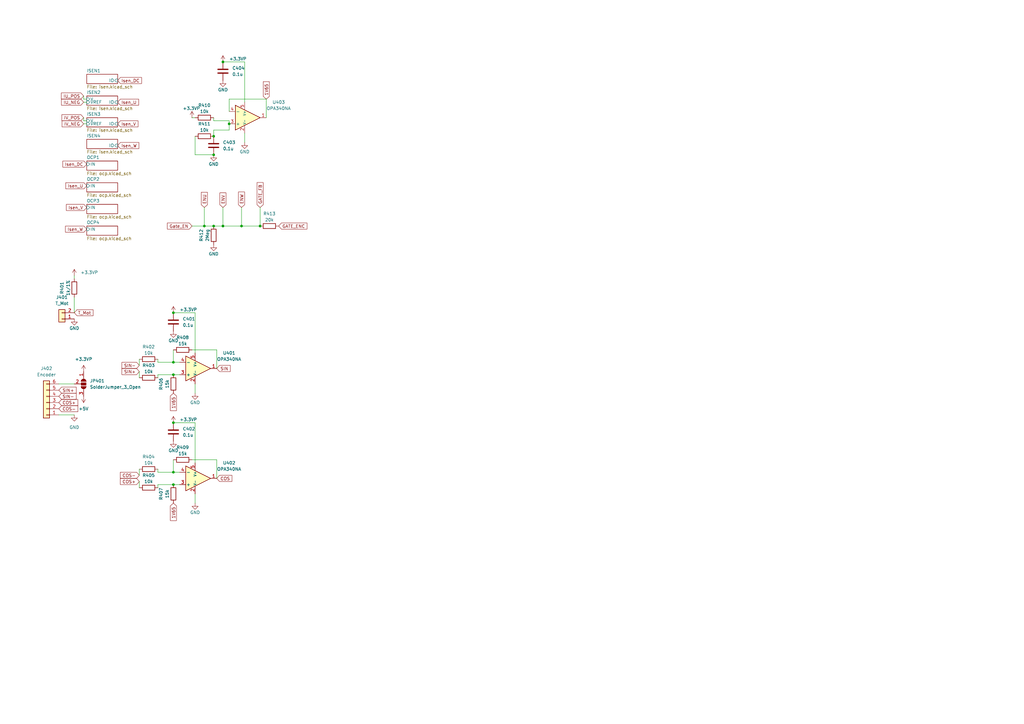
<source format=kicad_sch>
(kicad_sch (version 20231120) (generator "eeschema") (generator_version "8.0")
  (paper "A3")
  (lib_symbols
    (symbol "Connector_Generic:Conn_01x02" (pin_names (offset 1.016) hide)
      (property "Reference" "J" (at 0 2.54 0))
      (property "Value" "Conn_01x02" (at 0 -5.08 0))
      (symbol "Conn_01x02_1_1"
        (rectangle (start -1.27 -2.413) (end 0 -2.667) (stroke (width 0.1524)))
        (rectangle (start -1.27 0.127) (end 0 -0.127) (stroke (width 0.1524)))
        (rectangle (start -1.27 1.27) (end 1.27 -3.81) (stroke (width 0.254)) (fill (type background)))
        (pin passive line (at -5.08 0 0) (length 3.81) (name "Pin_1") (number "1"))
        (pin passive line (at -5.08 -2.54 0) (length 3.81) (name "Pin_2") (number "2"))
      )
    )
    (symbol "Connector_Generic:Conn_01x06" (pin_names (offset 1.016) hide)
      (property "Reference" "J" (at 0 7.62 0))
      (property "Value" "Conn_01x06" (at 0 -10.16 0))
      (symbol "Conn_01x06_1_1"
        (rectangle (start -1.27 -7.493) (end 0 -7.747) (stroke (width 0.1524)))
        (rectangle (start -1.27 -4.953) (end 0 -5.207) (stroke (width 0.1524)))
        (rectangle (start -1.27 -2.413) (end 0 -2.667) (stroke (width 0.1524)))
        (rectangle (start -1.27 0.127) (end 0 -0.127) (stroke (width 0.1524)))
        (rectangle (start -1.27 2.667) (end 0 2.413) (stroke (width 0.1524)))
        (rectangle (start -1.27 5.207) (end 0 4.953) (stroke (width 0.1524)))
        (rectangle (start -1.27 6.35) (end 1.27 -8.89) (stroke (width 0.254)) (fill (type background)))
        (pin passive line (at -5.08 5.08 0) (length 3.81) (name "Pin_1") (number "1"))
        (pin passive line (at -5.08 2.54 0) (length 3.81) (name "Pin_2") (number "2"))
        (pin passive line (at -5.08 0 0) (length 3.81) (name "Pin_3") (number "3"))
        (pin passive line (at -5.08 -2.54 0) (length 3.81) (name "Pin_4") (number "4"))
        (pin passive line (at -5.08 -5.08 0) (length 3.81) (name "Pin_5") (number "5"))
        (pin passive line (at -5.08 -7.62 0) (length 3.81) (name "Pin_6") (number "6"))
      )
    )
    (symbol "Device:C" (pin_numbers hide) (pin_names (offset 0.254))
      (property "Reference" "C" (at 0.635 2.54 0))
      (property "Value" "C" (at 0.635 -2.54 0))
      (symbol "C_0_1"
        (polyline (pts (xy -2.032 -0.762) (xy 2.032 -0.762)) (stroke (width 0.508)))
        (polyline (pts (xy -2.032 0.762) (xy 2.032 0.762)) (stroke (width 0.508)))
      )
      (symbol "C_1_1"
        (pin passive line (at 0 3.81 270) (length 2.794) (name "~") (number "1"))
        (pin passive line (at 0 -3.81 90) (length 2.794) (name "~") (number "2"))
      )
    )
    (symbol "Device:R" (pin_numbers hide) (pin_names (offset 0))
      (property "Reference" "R" (at 2.032 0 90))
      (property "Value" "R" (at 0 0 90))
      (symbol "R_0_1"
        (rectangle (start -1.016 -2.54) (end 1.016 2.54) (stroke (width 0.254)))
      )
      (symbol "R_1_1"
        (pin passive line (at 0 3.81 270) (length 1.27) (name "~") (number "1"))
        (pin passive line (at 0 -3.81 90) (length 1.27) (name "~") (number "2"))
      )
    )
    (symbol "Jumper:SolderJumper_3_Open" (pin_names (offset 0) hide) (exclude_from_sim yes) (in_bom no)
      (property "Reference" "JP" (at -2.54 -2.54 0))
      (property "Value" "SolderJumper_3_Open" (at 0 2.794 0))
      (symbol "SolderJumper_3_Open_0_1"
        (arc (start -1.016 1.016) (mid -2.0276 0) (end -1.016 -1.016))
        (arc (start -1.016 1.016) (mid -2.0276 0) (end -1.016 -1.016) (fill (type outline)))
        (rectangle (start -0.508 1.016) (end 0.508 -1.016) (fill (type outline)))
        (polyline (pts (xy -2.54 0) (xy -2.032 0)))
        (polyline (pts (xy -1.016 1.016) (xy -1.016 -1.016)))
        (polyline (pts (xy 0 -1.27) (xy 0 -1.016)))
        (polyline (pts (xy 1.016 1.016) (xy 1.016 -1.016)))
        (polyline (pts (xy 2.54 0) (xy 2.032 0)))
        (arc (start 1.016 -1.016) (mid 2.0276 0) (end 1.016 1.016))
        (arc (start 1.016 -1.016) (mid 2.0276 0) (end 1.016 1.016) (fill (type outline)))
      )
      (symbol "SolderJumper_3_Open_1_1"
        (pin passive line (at -5.08 0 0) (length 2.54) (name "A") (number "1"))
        (pin passive line (at 0 -3.81 90) (length 2.54) (name "C") (number "2"))
        (pin passive line (at 5.08 0 180) (length 2.54) (name "B") (number "3"))
      )
    )
    (symbol "PCM_Amplifier_Operational_AKL:OPA340NA" (pin_names (offset 0.2))
      (property "Reference" "U" (at 2.54 7.62 0))
      (property "Value" "OPA340NA" (at 2.54 5.08 0))
      (symbol "OPA340NA_0_1"
        (polyline (pts (xy -5.08 5.08) (xy -5.08 -5.08) (xy 5.08 0) (xy -5.08 5.08)) (stroke (width 0.254)) (fill (type background)))
      )
      (symbol "OPA340NA_1_1"
        (pin output line (at 7.62 0 180) (length 2.54) (name "~") (number "1"))
        (pin power_in line (at -1.27 -6.35 90) (length 3.18) (name "V-") (number "2"))
        (pin input line (at -7.62 -2.54 0) (length 2.54) (name "+") (number "3"))
        (pin input line (at -7.62 2.54 0) (length 2.54) (name "-") (number "4"))
        (pin power_in line (at -1.27 6.35 270) (length 3.18) (name "V+") (number "5"))
      )
    )
    (symbol "power:+3.3VP" (power) (pin_names (offset 0))
      (property "Value" "+3.3VP" (at 0 2.54 0))
      (symbol "+3.3VP_0_0"
        (pin power_in line (at 0 0 90) (length 0) hide (name "+3.3VP") (number "1"))
      )
      (symbol "+3.3VP_0_1"
        (polyline (pts (xy -0.762 1.27) (xy 0 2.54)))
        (polyline (pts (xy 0 0) (xy 0 2.54)))
        (polyline (pts (xy 0 2.54) (xy 0.762 1.27)))
      )
    )
    (symbol "power:+3V3" (power) (pin_numbers hide) (pin_names (offset 0) hide)
      (property "Value" "+3V3" (at 0 3.556 0))
      (symbol "+3V3_0_1"
        (polyline (pts (xy -0.762 1.27) (xy 0 2.54)))
        (polyline (pts (xy 0 0) (xy 0 2.54)))
        (polyline (pts (xy 0 2.54) (xy 0.762 1.27)))
      )
      (symbol "+3V3_1_1"
        (pin power_in line (at 0 0 90) (length 0) (name "~") (number "1"))
      )
    )
    (symbol "power:+5V" (power) (pin_names (offset 0))
      (property "Value" "+5V" (at 0 3.556 0))
      (symbol "+5V_0_1"
        (polyline (pts (xy -0.762 1.27) (xy 0 2.54)))
        (polyline (pts (xy 0 0) (xy 0 2.54)))
        (polyline (pts (xy 0 2.54) (xy 0.762 1.27)))
      )
      (symbol "+5V_1_1"
        (pin power_in line (at 0 0 90) (length 0) hide (name "+5V") (number "1"))
      )
    )
    (symbol "power:GND" (power) (pin_names (offset 0))
      (property "Value" "GND" (at 0 -3.81 0))
      (symbol "GND_0_1"
        (polyline (pts (xy 0 0) (xy 0 -1.27) (xy 1.27 -1.27) (xy 0 -2.54) (xy -1.27 -1.27) (xy 0 -1.27)))
      )
      (symbol "GND_1_1"
        (pin power_in line (at 0 0 270) (length 0) hide (name "GND") (number "1"))
      )
    )
  )
  (junction (at 71.12 148.59))
  (junction (at 87.63 92.71))
  (junction (at 71.12 193.675))
  (junction (at 106.68 92.71))
  (junction (at 87.63 55.88))
  (junction (at 71.12 198.755))
  (junction (at 91.44 92.71))
  (junction (at 83.82 92.71))
  (junction (at 71.12 128.27))
  (junction (at 87.63 63.5))
  (junction (at 71.12 153.67))
  (junction (at 93.98 50.8))
  (junction (at 71.12 173.355))
  (junction (at 99.06 92.71))
  (junction (at 91.44 25.4))
  (wire (pts (xy 24.13 157.48) (xy 30.48 157.48)))
  (wire (pts (xy 78.74 92.71) (xy 83.82 92.71)))
  (wire (pts (xy 80.01 157.48) (xy 80.01 161.29)))
  (wire (pts (xy 93.98 40.64) (xy 109.22 40.64)))
  (wire (pts (xy 24.13 170.18) (xy 30.48 170.18)))
  (wire (pts (xy 80.01 173.355) (xy 80.01 189.865)))
  (wire (pts (xy 64.77 153.67) (xy 71.12 153.67)))
  (wire (pts (xy 30.48 113.03) (xy 30.48 114.3)))
  (wire (pts (xy 100.33 25.4) (xy 100.33 41.91)))
  (wire (pts (xy 78.74 188.595) (xy 88.9 188.595)))
  (wire (pts (xy 87.63 53.34) (xy 87.63 55.88)))
  (wire (pts (xy 93.98 49.53) (xy 93.98 50.8)))
  (wire (pts (xy 34.29 49.53) (xy 34.29 48.26)))
  (wire (pts (xy 57.15 200.025) (xy 57.15 197.485)))
  (wire (pts (xy 78.74 143.51) (xy 88.9 143.51)))
  (wire (pts (xy 57.15 154.94) (xy 57.15 152.4)))
  (wire (pts (xy 71.12 188.595) (xy 71.12 193.675)))
  (wire (pts (xy 64.77 200.025) (xy 64.77 198.755)))
  (wire (pts (xy 71.12 173.355) (xy 80.01 173.355)))
  (wire (pts (xy 35.56 49.53) (xy 34.29 49.53)))
  (wire (pts (xy 71.12 148.59) (xy 64.77 148.59)))
  (wire (pts (xy 91.44 85.09) (xy 91.44 92.71)))
  (wire (pts (xy 91.44 25.4) (xy 100.33 25.4)))
  (wire (pts (xy 73.66 148.59) (xy 71.12 148.59)))
  (wire (pts (xy 57.15 194.945) (xy 57.15 192.405)))
  (wire (pts (xy 34.29 50.8) (xy 35.56 50.8)))
  (wire (pts (xy 99.06 92.71) (xy 106.68 92.71)))
  (wire (pts (xy 78.74 48.26) (xy 80.01 48.26)))
  (wire (pts (xy 80.01 202.565) (xy 80.01 206.375)))
  (wire (pts (xy 71.12 143.51) (xy 71.12 148.59)))
  (wire (pts (xy 87.63 49.53) (xy 93.98 49.53)))
  (wire (pts (xy 80.01 55.88) (xy 80.01 63.5)))
  (wire (pts (xy 35.56 40.64) (xy 34.29 40.64)))
  (wire (pts (xy 64.77 154.94) (xy 64.77 153.67)))
  (wire (pts (xy 71.12 128.27) (xy 80.01 128.27)))
  (wire (pts (xy 93.98 40.64) (xy 93.98 45.72)))
  (wire (pts (xy 87.63 53.34) (xy 93.98 53.34)))
  (wire (pts (xy 71.12 193.675) (xy 64.77 193.675)))
  (wire (pts (xy 71.12 198.755) (xy 73.66 198.755)))
  (wire (pts (xy 83.82 85.09) (xy 83.82 92.71)))
  (wire (pts (xy 87.63 92.71) (xy 91.44 92.71)))
  (wire (pts (xy 99.06 85.09) (xy 99.06 92.71)))
  (wire (pts (xy 93.98 53.34) (xy 93.98 50.8)))
  (wire (pts (xy 91.44 92.71) (xy 99.06 92.71)))
  (wire (pts (xy 64.77 193.675) (xy 64.77 192.405)))
  (wire (pts (xy 57.15 149.86) (xy 57.15 147.32)))
  (wire (pts (xy 34.29 40.64) (xy 34.29 39.37)))
  (wire (pts (xy 64.77 198.755) (xy 71.12 198.755)))
  (wire (pts (xy 64.77 148.59) (xy 64.77 147.32)))
  (wire (pts (xy 88.9 143.51) (xy 88.9 151.13)))
  (wire (pts (xy 88.9 188.595) (xy 88.9 196.215)))
  (wire (pts (xy 30.48 121.92) (xy 30.48 128.27)))
  (wire (pts (xy 80.01 128.27) (xy 80.01 144.78)))
  (wire (pts (xy 34.29 41.91) (xy 35.56 41.91)))
  (wire (pts (xy 71.12 153.67) (xy 73.66 153.67)))
  (wire (pts (xy 83.82 92.71) (xy 87.63 92.71)))
  (wire (pts (xy 109.22 40.64) (xy 109.22 48.26)))
  (wire (pts (xy 80.01 63.5) (xy 87.63 63.5)))
  (wire (pts (xy 100.33 54.61) (xy 100.33 58.42)))
  (wire (pts (xy 106.68 85.09) (xy 106.68 92.71)))
  (wire (pts (xy 87.63 48.26) (xy 87.63 49.53)))
  (wire (pts (xy 73.66 193.675) (xy 71.12 193.675)))
  (global_label "IU_NEG" (shape input) (at 34.29 41.91 180) (property "Intersheetrefs" "${INTERSHEET_REFS}" (effects (hide yes))))
  (global_label "GATE_ENC" (shape input) (at 114.3 92.71 0) (property "Intersheetrefs" "${INTERSHEET_REFS}" (effects (hide yes))))
  (global_label "IV_POS" (shape input) (at 34.29 48.26 180) (property "Intersheetrefs" "${INTERSHEET_REFS}" (effects (hide yes))))
  (global_label "IU_POS" (shape input) (at 34.29 39.37 180) (property "Intersheetrefs" "${INTERSHEET_REFS}" (effects (hide yes))))
  (global_label "SIN+" (shape input) (at 24.13 160.02 0) (property "Intersheetrefs" "${INTERSHEET_REFS}" (effects (hide yes))))
  (global_label "SIN-" (shape input) (at 24.13 162.56 0) (property "Intersheetrefs" "${INTERSHEET_REFS}" (effects (hide yes))))
  (global_label "COS-" (shape input) (at 24.13 167.64 0) (property "Intersheetrefs" "${INTERSHEET_REFS}" (effects (hide yes))))
  (global_label "Isen_V" (shape input) (at 48.26 50.8 0) (property "Intersheetrefs" "${INTERSHEET_REFS}" (effects (hide yes))))
  (global_label "Isen_W" (shape input) (at 48.26 59.69 0) (property "Intersheetrefs" "${INTERSHEET_REFS}" (effects (hide yes))))
  (global_label "ENW" (shape input) (at 99.06 85.09 90) (property "Intersheetrefs" "${INTERSHEET_REFS}" (effects (hide yes))))
  (global_label "ENU" (shape input) (at 83.82 85.09 90) (property "Intersheetrefs" "${INTERSHEET_REFS}" (effects (hide yes))))
  (global_label "ENV" (shape input) (at 91.44 85.09 90) (property "Intersheetrefs" "${INTERSHEET_REFS}" (effects (hide yes))))
  (global_label "GATE_FB" (shape input) (at 106.68 85.09 90) (property "Intersheetrefs" "${INTERSHEET_REFS}" (effects (hide yes))))
  (global_label "SIN-" (shape input) (at 57.15 149.86 180) (property "Intersheetrefs" "${INTERSHEET_REFS}" (effects (hide yes))))
  (global_label "Isen_U" (shape input) (at 48.26 41.91 0) (property "Intersheetrefs" "${INTERSHEET_REFS}" (effects (hide yes))))
  (global_label "COS" (shape input) (at 88.9 196.215 0) (property "Intersheetrefs" "${INTERSHEET_REFS}" (effects (hide yes))))
  (global_label "Isen_DC" (shape input) (at 48.26 33.02 0) (property "Intersheetrefs" "${INTERSHEET_REFS}" (effects (hide yes))))
  (global_label "Isen_W" (shape input) (at 35.56 93.98 180) (property "Intersheetrefs" "${INTERSHEET_REFS}" (effects (hide yes))))
  (global_label "T_Mot" (shape input) (at 30.48 128.27 0) (property "Intersheetrefs" "${INTERSHEET_REFS}" (effects (hide yes))))
  (global_label "SIN+" (shape input) (at 57.15 152.4 180) (property "Intersheetrefs" "${INTERSHEET_REFS}" (effects (hide yes))))
  (global_label "Isen_DC" (shape input) (at 35.56 67.31 180) (property "Intersheetrefs" "${INTERSHEET_REFS}" (effects (hide yes))))
  (global_label "1V65" (shape input) (at 109.22 40.64 90) (property "Intersheetrefs" "${INTERSHEET_REFS}" (effects (hide yes))))
  (global_label "Isen_U" (shape input) (at 35.56 76.2 180) (property "Intersheetrefs" "${INTERSHEET_REFS}" (effects (hide yes))))
  (global_label "IV_NEG" (shape input) (at 34.29 50.8 180) (property "Intersheetrefs" "${INTERSHEET_REFS}" (effects (hide yes))))
  (global_label "COS+" (shape input) (at 24.13 165.1 0) (property "Intersheetrefs" "${INTERSHEET_REFS}" (effects (hide yes))))
  (global_label "COS+" (shape input) (at 57.15 197.485 180) (property "Intersheetrefs" "${INTERSHEET_REFS}" (effects (hide yes))))
  (global_label "Gate_EN" (shape input) (at 78.74 92.71 180) (property "Intersheetrefs" "${INTERSHEET_REFS}" (effects (hide yes))))
  (global_label "1V65" (shape input) (at 71.12 161.29 270) (property "Intersheetrefs" "${INTERSHEET_REFS}" (effects (hide yes))))
  (global_label "SIN" (shape input) (at 88.9 151.13 0) (property "Intersheetrefs" "${INTERSHEET_REFS}" (effects (hide yes))))
  (global_label "COS-" (shape input) (at 57.15 194.945 180) (property "Intersheetrefs" "${INTERSHEET_REFS}" (effects (hide yes))))
  (global_label "Isen_V" (shape input) (at 35.56 85.09 180) (property "Intersheetrefs" "${INTERSHEET_REFS}" (effects (hide yes))))
  (global_label "1V65" (shape input) (at 71.12 206.375 270) (property "Intersheetrefs" "${INTERSHEET_REFS}" (effects (hide yes))))
  (symbol (lib_id "Device:R") (at 60.96 200.025 90) (unit 1)
    (property "Reference" "R405" (at 60.96 194.945 90))
    (property "Value" "10k" (at 60.96 197.485 90))
    (property "Footprint" "Resistor_SMD:R_0603_1608Metric" (effects (hide yes)))
    (property "Description" "Resistor" (effects (hide yes)))
  )
  (symbol (lib_id "Device:C") (at 71.12 132.08 180) (unit 1)
    (property "Reference" "C401" (at 74.93 130.8099 0) (effects (justify right)))
    (property "Value" "0.1u" (at 74.93 133.3499 0) (effects (justify right)))
    (property "Footprint" "Capacitor_SMD:C_0603_1608Metric" (effects (hide yes)))
    (property "Description" "Unpolarized capacitor" (effects (hide yes)))
  )
  (symbol (lib_id "power:GND") (at 80.01 161.29 0) (unit 1)
    (property "Reference" "#PWR0410" (effects (hide yes)))
    (property "Value" "GND" (at 80.01 165.1 0))
    (property "Description" "Power symbol creates a global label with name \"GND\" , ground" (effects (hide yes)))
  )
  (symbol (lib_id "power:GND") (at 80.01 206.375 0) (unit 1)
    (property "Reference" "#PWR0411" (effects (hide yes)))
    (property "Value" "GND" (at 80.01 210.185 0))
    (property "Description" "Power symbol creates a global label with name \"GND\" , ground" (effects (hide yes)))
  )
  (symbol (lib_id "Device:R") (at 110.49 92.71 90) (unit 1)
    (property "Reference" "R413" (at 110.49 87.63 90))
    (property "Value" "20k" (at 110.49 90.17 90))
    (property "Footprint" "Resistor_SMD:R_0603_1608Metric" (effects (hide yes)))
    (property "Description" "Resistor" (effects (hide yes)))
  )
  (symbol (lib_id "Device:R") (at 87.63 96.52 180) (unit 1)
    (property "Reference" "R412" (at 82.55 96.52 90))
    (property "Value" "2Meg" (at 85.09 96.52 90))
    (property "Footprint" "Resistor_SMD:R_0603_1608Metric" (effects (hide yes)))
    (property "Description" "Resistor" (effects (hide yes)))
  )
  (symbol (lib_id "Device:R") (at 71.12 202.565 180) (unit 1)
    (property "Reference" "R407" (at 66.04 202.565 90))
    (property "Value" "15k" (at 68.58 202.565 90))
    (property "Footprint" "Resistor_SMD:R_0603_1608Metric" (effects (hide yes)))
    (property "Description" "Resistor" (effects (hide yes)))
  )
  (symbol (lib_id "Device:R") (at 60.96 147.32 90) (unit 1)
    (property "Reference" "R402" (at 60.96 142.24 90))
    (property "Value" "10k" (at 60.96 144.78 90))
    (property "Footprint" "Resistor_SMD:R_0603_1608Metric" (effects (hide yes)))
    (property "Description" "Resistor" (effects (hide yes)))
  )
  (symbol (lib_id "Jumper:SolderJumper_3_Open") (at 34.29 157.48 270) (unit 1) (exclude_from_sim yes) (in_bom no)
    (property "Reference" "JP401" (at 36.83 156.2099 90) (effects (justify left)))
    (property "Value" "SolderJumper_3_Open" (at 36.83 158.7499 90) (effects (justify left)))
    (property "Footprint" "Jumper:SolderJumper-3_P1.3mm_Open_Pad1.0x1.5mm" (effects (hide yes)))
    (property "Description" "Solder Jumper, 3-pole, open" (effects (hide yes)))
  )
  (symbol (lib_id "power:GND") (at 87.63 100.33 0) (unit 1)
    (property "Reference" "#PWR0413" (effects (hide yes)))
    (property "Value" "GND" (at 87.63 104.14 0))
    (property "Description" "Power symbol creates a global label with name \"GND\" , ground" (effects (hide yes)))
  )
  (symbol (lib_id "power:+5V") (at 34.29 162.56 180) (unit 1)
    (property "Reference" "#PWR0417" (effects (hide yes)))
    (property "Value" "+5V" (at 34.29 167.64 0))
  )
  (symbol (lib_id "power:GND") (at 30.48 170.18 0) (unit 1)
    (property "Reference" "#PWR0404" (effects (hide yes)))
    (property "Value" "GND" (at 30.48 175.26 0))
    (property "Description" "Power symbol creates a global label with name \"GND\" , ground" (effects (hide yes)))
  )
  (symbol (lib_id "Device:R") (at 74.93 188.595 90) (unit 1)
    (property "Reference" "R409" (at 74.93 183.515 90))
    (property "Value" "15k" (at 74.93 186.055 90))
    (property "Footprint" "Resistor_SMD:R_0603_1608Metric" (effects (hide yes)))
    (property "Description" "Resistor" (effects (hide yes)))
  )
  (symbol (lib_id "Device:R") (at 30.48 118.11 180) (unit 1)
    (property "Reference" "R401" (at 25.4 118.11 90))
    (property "Value" "1k/1%" (at 27.94 118.11 90))
    (property "Footprint" "Resistor_SMD:R_0603_1608Metric" (effects (hide yes)))
    (property "Description" "Resistor" (effects (hide yes)))
  )
  (symbol (lib_id "power:GND") (at 71.12 180.975 0) (unit 1)
    (property "Reference" "#PWR0408" (effects (hide yes)))
    (property "Value" "GND" (at 71.12 184.785 0))
    (property "Description" "Power symbol creates a global label with name \"GND\" , ground" (effects (hide yes)))
  )
  (symbol (lib_id "PCM_Amplifier_Operational_AKL:OPA340NA") (at 101.6 48.26 0) (unit 1)
    (property "Reference" "U403" (at 114.3 41.91 0))
    (property "Value" "OPA340NA" (at 114.3 44.45 0))
    (property "Footprint" "Package_TO_SOT_SMD:SOT-23-5" (effects (hide yes)))
    (property "Datasheet" "https://www.ti.com/lit/ds/symlink/opa2340.pdf?ts=1635059912826&ref_url=https%253A%252F%252Fwww.google.com%252F" (effects (hide yes)))
    (property "Description" "SOT-23-5 CMOS RRIO Operational Amplifier, 500μV Offset, 2.5μV/°C Drift, 5.5MHz GBW, Alternate KiCAD Library" (effects (hide yes)))
  )
  (symbol (lib_id "Device:R") (at 71.12 157.48 180) (unit 1)
    (property "Reference" "R406" (at 66.04 157.48 90))
    (property "Value" "15k" (at 68.58 157.48 90))
    (property "Footprint" "Resistor_SMD:R_0603_1608Metric" (effects (hide yes)))
    (property "Description" "Resistor" (effects (hide yes)))
  )
  (symbol (lib_id "Device:C") (at 87.63 59.69 180) (unit 1)
    (property "Reference" "C403" (at 91.44 58.4199 0) (effects (justify right)))
    (property "Value" "0.1u" (at 91.44 60.9599 0) (effects (justify right)))
    (property "Footprint" "Capacitor_SMD:C_0603_1608Metric" (effects (hide yes)))
    (property "Description" "Unpolarized capacitor" (effects (hide yes)))
  )
  (symbol (lib_id "Device:C") (at 91.44 29.21 180) (unit 1)
    (property "Reference" "C404" (at 95.25 27.9399 0) (effects (justify right)))
    (property "Value" "0.1u" (at 95.25 30.4799 0) (effects (justify right)))
    (property "Footprint" "Capacitor_SMD:C_0603_1608Metric" (effects (hide yes)))
    (property "Description" "Unpolarized capacitor" (effects (hide yes)))
  )
  (symbol (lib_id "Device:R") (at 83.82 55.88 90) (unit 1)
    (property "Reference" "R411" (at 83.82 50.8 90))
    (property "Value" "10k" (at 83.82 53.34 90))
    (property "Footprint" "Resistor_SMD:R_0603_1608Metric" (effects (hide yes)))
    (property "Description" "Resistor" (effects (hide yes)))
  )
  (symbol (lib_id "power:+3.3VP") (at 34.29 152.4 0) (unit 1)
    (property "Reference" "#PWR0403" (effects (hide yes)))
    (property "Value" "+3.3VP" (at 34.29 147.32 0))
    (property "Description" "Power symbol creates a global label with name \"+3.3VP\"" (effects (hide yes)))
  )
  (symbol (lib_id "power:+3V3") (at 71.12 173.355 0) (unit 1)
    (property "Reference" "#PWR0407" (effects (hide yes)))
    (property "Value" "+3.3VP" (at 73.66 172.0849 0) (effects (justify left)))
    (property "Description" "Power symbol creates a global label with name \"+3V3\"" (effects (hide yes)))
  )
  (symbol (lib_id "power:+3V3") (at 71.12 128.27 0) (unit 1)
    (property "Reference" "#PWR0405" (effects (hide yes)))
    (property "Value" "+3.3VP" (at 73.66 126.9999 0) (effects (justify left)))
    (property "Description" "Power symbol creates a global label with name \"+3V3\"" (effects (hide yes)))
  )
  (symbol (lib_id "Device:R") (at 74.93 143.51 90) (unit 1)
    (property "Reference" "R408" (at 74.93 138.43 90))
    (property "Value" "15k" (at 74.93 140.97 90))
    (property "Footprint" "Resistor_SMD:R_0603_1608Metric" (effects (hide yes)))
    (property "Description" "Resistor" (effects (hide yes)))
  )
  (symbol (lib_id "power:+3V3") (at 91.44 25.4 0) (unit 1)
    (property "Reference" "#PWR0414" (effects (hide yes)))
    (property "Value" "+3.3VP" (at 93.98 24.1299 0) (effects (justify left)))
    (property "Description" "Power symbol creates a global label with name \"+3V3\"" (effects (hide yes)))
  )
  (symbol (lib_id "Connector_Generic:Conn_01x06") (at 19.05 165.1 180) (unit 1)
    (property "Reference" "J402" (at 19.05 151.13 0))
    (property "Value" "Encoder" (at 19.05 153.67 0))
    (property "Footprint" "Connector_JST:JST_XH_B6B-XH-A_1x06_P2.50mm_Vertical" (effects (hide yes)))
    (property "Description" "Generic connector, single row, 01x06, script generated (kicad-library-utils/schlib/autogen/connector/)" (effects (hide yes)))
  )
  (symbol (lib_id "Device:R") (at 83.82 48.26 90) (unit 1)
    (property "Reference" "R410" (at 83.82 43.18 90))
    (property "Value" "10k" (at 83.82 45.72 90))
    (property "Footprint" "Resistor_SMD:R_0603_1608Metric" (effects (hide yes)))
    (property "Description" "Resistor" (effects (hide yes)))
  )
  (symbol (lib_id "power:GND") (at 91.44 33.02 0) (unit 1)
    (property "Reference" "#PWR0415" (effects (hide yes)))
    (property "Value" "GND" (at 91.44 36.83 0))
    (property "Description" "Power symbol creates a global label with name \"GND\" , ground" (effects (hide yes)))
  )
  (symbol (lib_id "Connector_Generic:Conn_01x02") (at 25.4 130.81 180) (unit 1)
    (property "Reference" "J401" (at 25.4 121.92 0))
    (property "Value" "T_Mot" (at 25.4 124.46 0))
    (property "Footprint" "Connector_JST:JST_XH_B2B-XH-A_1x02_P2.50mm_Vertical" (effects (hide yes)))
    (property "Description" "Generic connector, single row, 01x02, script generated (kicad-library-utils/schlib/autogen/connector/)" (effects (hide yes)))
  )
  (symbol (lib_id "PCM_Amplifier_Operational_AKL:OPA340NA") (at 81.28 151.13 0) (unit 1)
    (property "Reference" "U401" (at 93.98 144.78 0))
    (property "Value" "OPA340NA" (at 93.98 147.32 0))
    (property "Footprint" "Package_TO_SOT_SMD:SOT-23-5" (effects (hide yes)))
    (property "Datasheet" "https://www.ti.com/lit/ds/symlink/opa2340.pdf?ts=1635059912826&ref_url=https%253A%252F%252Fwww.google.com%252F" (effects (hide yes)))
    (property "Description" "SOT-23-5 CMOS RRIO Operational Amplifier, 500μV Offset, 2.5μV/°C Drift, 5.5MHz GBW, Alternate KiCAD Library" (effects (hide yes)))
  )
  (symbol (lib_id "power:GND") (at 87.63 63.5 0) (unit 1)
    (property "Reference" "#PWR0412" (effects (hide yes)))
    (property "Value" "GND" (at 87.63 67.31 0))
    (property "Description" "Power symbol creates a global label with name \"GND\" , ground" (effects (hide yes)))
  )
  (symbol (lib_id "power:+3V3") (at 78.74 48.26 0) (unit 1)
    (property "Reference" "#PWR0409" (effects (hide yes)))
    (property "Value" "+3.3VP" (at 74.93 44.45 0) (effects (justify left)))
    (property "Description" "Power symbol creates a global label with name \"+3V3\"" (effects (hide yes)))
  )
  (symbol (lib_id "Device:R") (at 60.96 192.405 90) (unit 1)
    (property "Reference" "R404" (at 60.96 187.325 90))
    (property "Value" "10k" (at 60.96 189.865 90))
    (property "Footprint" "Resistor_SMD:R_0603_1608Metric" (effects (hide yes)))
    (property "Description" "Resistor" (effects (hide yes)))
  )
  (symbol (lib_id "power:GND") (at 71.12 135.89 0) (unit 1)
    (property "Reference" "#PWR0406" (effects (hide yes)))
    (property "Value" "GND" (at 71.12 139.7 0))
    (property "Description" "Power symbol creates a global label with name \"GND\" , ground" (effects (hide yes)))
  )
  (symbol (lib_id "Device:R") (at 60.96 154.94 90) (unit 1)
    (property "Reference" "R403" (at 60.96 149.86 90))
    (property "Value" "10k" (at 60.96 152.4 90))
    (property "Footprint" "Resistor_SMD:R_0603_1608Metric" (effects (hide yes)))
    (property "Description" "Resistor" (effects (hide yes)))
  )
  (symbol (lib_id "Device:C") (at 71.12 177.165 180) (unit 1)
    (property "Reference" "C402" (at 74.93 175.8949 0) (effects (justify right)))
    (property "Value" "0.1u" (at 74.93 178.4349 0) (effects (justify right)))
    (property "Footprint" "Capacitor_SMD:C_0603_1608Metric" (effects (hide yes)))
    (property "Description" "Unpolarized capacitor" (effects (hide yes)))
  )
  (symbol (lib_id "power:GND") (at 100.33 58.42 0) (unit 1)
    (property "Reference" "#PWR0416" (effects (hide yes)))
    (property "Value" "GND" (at 100.33 62.23 0))
    (property "Description" "Power symbol creates a global label with name \"GND\" , ground" (effects (hide yes)))
  )
  (symbol (lib_id "power:+3V3") (at 30.48 113.03 0) (unit 1)
    (property "Reference" "#PWR0401" (effects (hide yes)))
    (property "Value" "+3.3VP" (at 33.02 111.7599 0) (effects (justify left)))
    (property "Description" "Power symbol creates a global label with name \"+3V3\"" (effects (hide yes)))
  )
  (symbol (lib_id "PCM_Amplifier_Operational_AKL:OPA340NA") (at 81.28 196.215 0) (unit 1)
    (property "Reference" "U402" (at 93.98 189.865 0))
    (property "Value" "OPA340NA" (at 93.98 192.405 0))
    (property "Footprint" "Package_TO_SOT_SMD:SOT-23-5" (effects (hide yes)))
    (property "Datasheet" "https://www.ti.com/lit/ds/symlink/opa2340.pdf?ts=1635059912826&ref_url=https%253A%252F%252Fwww.google.com%252F" (effects (hide yes)))
    (property "Description" "SOT-23-5 CMOS RRIO Operational Amplifier, 500μV Offset, 2.5μV/°C Drift, 5.5MHz GBW, Alternate KiCAD Library" (effects (hide yes)))
  )
  (symbol (lib_id "power:GND") (at 30.48 130.81 0) (unit 1)
    (property "Reference" "#PWR0402" (effects (hide yes)))
    (property "Value" "GND" (at 30.48 134.62 0))
    (property "Description" "Power symbol creates a global label with name \"GND\" , ground" (effects (hide yes)))
  )
  (sheet (at 35.56 57.15) (size 12.7 3.81) (stroke (width 0.1524))
    (property "Sheetname" "ISEN4" (at 35.56 56.4384 0) (effects (justify left bottom)))
    (property "Sheetfile" "isen.kicad_sch" (at 35.56 61.5446 0) (effects (justify left top)))
    (pin "IO" input (at 48.26 59.69 0))
  )
  (sheet (at 35.56 30.48) (size 12.7 3.81) (stroke (width 0.1524))
    (property "Sheetname" "ISEN1" (at 35.56 29.7684 0) (effects (justify left bottom)))
    (property "Sheetfile" "isen.kicad_sch" (at 35.56 34.8746 0) (effects (justify left top)))
    (pin "IO" input (at 48.26 33.02 0))
  )
  (sheet (at 35.56 92.71) (size 12.7 3.81) (stroke (width 0.1524))
    (property "Sheetname" "OCP4" (at 35.56 91.9984 0) (effects (justify left bottom)))
    (property "Sheetfile" "ocp.kicad_sch" (at 35.56 97.1046 0) (effects (justify left top)))
    (pin "IN" input (at 35.56 93.98 180))
  )
  (sheet (at 35.56 74.93) (size 12.7 3.81) (stroke (width 0.1524))
    (property "Sheetname" "OCP2" (at 35.56 74.2184 0) (effects (justify left bottom)))
    (property "Sheetfile" "ocp.kicad_sch" (at 35.56 79.3246 0) (effects (justify left top)))
    (pin "IN" input (at 35.56 76.2 180))
  )
  (sheet (at 35.56 66.04) (size 12.7 3.81) (stroke (width 0.1524))
    (property "Sheetname" "OCP1" (at 35.56 65.3284 0) (effects (justify left bottom)))
    (property "Sheetfile" "ocp.kicad_sch" (at 35.56 70.4346 0) (effects (justify left top)))
    (pin "IN" input (at 35.56 67.31 180))
  )
  (sheet (at 35.56 39.37) (size 12.7 3.81) (stroke (width 0.1524))
    (property "Sheetname" "ISEN2" (at 35.56 38.6584 0) (effects (justify left bottom)))
    (property "Sheetfile" "isen.kicad_sch" (at 35.56 43.7646 0) (effects (justify left top)))
    (pin "IO" input (at 48.26 41.91 0))
    (pin "VREF" input (at 35.56 41.91 180))
    (pin "V" input (at 35.56 40.64 180))
  )
  (sheet (at 35.56 48.26) (size 12.7 3.81) (stroke (width 0.1524))
    (property "Sheetname" "ISEN3" (at 35.56 47.5484 0) (effects (justify left bottom)))
    (property "Sheetfile" "isen.kicad_sch" (at 35.56 52.6546 0) (effects (justify left top)))
    (pin "IO" input (at 48.26 50.8 0))
    (pin "VREF" input (at 35.56 50.8 180))
    (pin "V" input (at 35.56 49.53 180))
  )
  (sheet (at 35.56 83.82) (size 12.7 3.81) (stroke (width 0.1524))
    (property "Sheetname" "OCP3" (at 35.56 83.1084 0) (effects (justify left bottom)))
    (property "Sheetfile" "ocp.kicad_sch" (at 35.56 88.2146 0) (effects (justify left top)))
    (pin "IN" input (at 35.56 85.09 180))
  )
)
</source>
